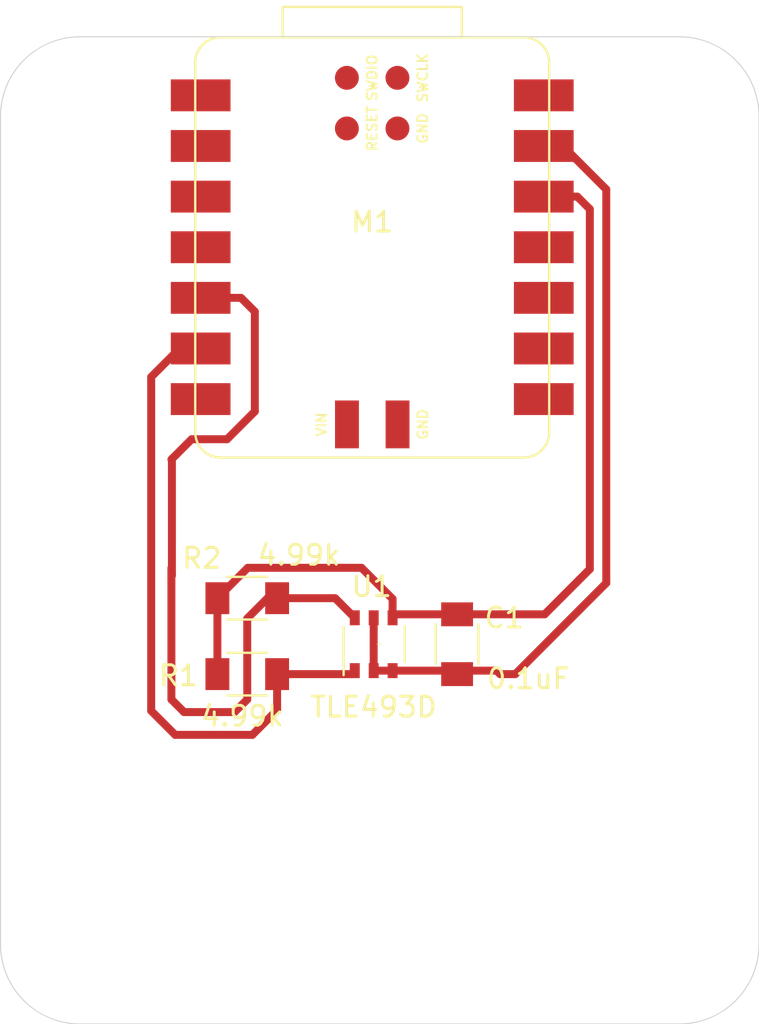
<source format=kicad_pcb>
(kicad_pcb (version 20241229) (generator "pcbnew") (generator_version "9.0")
  (layers (0 "F.Cu" signal) (2 "B.Cu" signal) (13 "F.Paste" user) (15 "B.Paste" user) (5 "F.SilkS" user "F.Silkscreen") (7 "B.SilkS" user "B.Silkscreen") (1 "F.Mask" user) (3 "B.Mask" user) (25 "Edge.Cuts" user))
  (net 0 "")
  (net 1 "PWR_3V3")
  (net 2 "PWR_GND")
  (net 3 "/SCL")
  (net 4 "/SDA")
  (footprint "fab:C_1206" (layer "F.Cu") (at 156.2862 76.1986 -90)
    (property "Reference" "C1" (at -1.3194 -2.3622 0) (layer "F.SilkS"))
    (property "Value" "0.1uF" (at 1.7286 -3.5814 180) (layer "F.SilkS"))
    (fp_line (start 1 1.07) (end -1 1.07) (stroke (width 0.12)) (layer "F.SilkS"))
    (fp_line (start -1 -1.07) (end 1 -1.07) (stroke (width 0.12)) (layer "F.SilkS"))
    (pad "1" smd rect (at -1.5 0 270) (size 1.2 1.6) (layers "F.Cu" "F.Mask" "F.Paste") (net 1 "PWR_3V3"))
    (pad "2" smd rect (at 1.5 0 270) (size 1.2 1.6) (layers "F.Cu" "F.Mask" "F.Paste") (net 2 "PWR_GND"))
  )
  (footprint "fab:TSOT-23-6-mag" (layer "F.Cu") (at 152.0952 76.1986 90)
    (property "Reference" "U1" (at 2.8942 -0.1016 180) (layer "F.SilkS"))
    (property "Value" "TLE493D" (at -3.151 0 180) (layer "F.SilkS"))
    (fp_line (start 0.88 -1.51) (end -1.55 -1.51) (stroke (width 0.12)) (layer "F.SilkS"))
    (fp_line (start 0 0.15) (end 0 0.45) (stroke (width 0.02)) (layer "F.SilkS"))
    (fp_line (start 0.15 0.3) (end -0.15 0.3) (stroke (width 0.02)) (layer "F.SilkS"))
    (fp_line (start -0.88 1.56) (end 0.88 1.56) (stroke (width 0.12)) (layer "F.SilkS"))
    (pad "1" smd rect (at -1.325 -0.95 90) (size 0.75 0.5) (layers "F.Cu" "F.Mask" "F.Paste") (net 3 "/SCL"))
    (pad "2" smd rect (at -1.325 0 90) (size 0.75 0.5) (layers "F.Cu" "F.Mask" "F.Paste") (net 2 "PWR_GND"))
    (pad "3" smd rect (at -1.325 0.95 90) (size 0.75 0.5) (layers "F.Cu" "F.Mask" "F.Paste") (net 2 "PWR_GND"))
    (pad "4" smd rect (at 1.325 0.95 90) (size 0.75 0.5) (layers "F.Cu" "F.Mask" "F.Paste") (net 1 "PWR_3V3"))
    (pad "5" smd rect (at 1.325 0 90) (size 0.75 0.5) (layers "F.Cu" "F.Mask" "F.Paste") (net 2 "PWR_GND"))
    (pad "6" smd rect (at 1.325 -0.95 90) (size 0.75 0.5) (layers "F.Cu" "F.Mask" "F.Paste") (net 4 "/SDA"))
  )
  (footprint "fab:Mounting_NEMA17" (layer "F.Cu") (at 152.4 76.2)
    (property "Reference" "REF**" (hide yes))
    (property "Value" "Mounting_NEMA17" (hide yes))
    (pad "" np_thru_hole circle (at -15.5 -15.5) (size 3.2 3.2) (drill 3.2) (layers "*.Cu" "*.Mask") (clearance 1.9))
    (pad "" np_thru_hole circle (at -15.5 15.5) (size 3.2 3.2) (drill 3.2) (layers "*.Cu" "*.Mask") (clearance 1.9))
    (pad "" np_thru_hole circle (at 15.5 -15.5) (size 3.2 3.2) (drill 3.2) (layers "*.Cu" "*.Mask") (clearance 1.9))
    (pad "" np_thru_hole circle (at 15.5 15.5) (size 3.2 3.2) (drill 3.2) (layers "*.Cu" "*.Mask") (clearance 1.9))
  )
  (footprint "fab:R_1206" (layer "F.Cu") (at 145.7452 73.8886)
    (property "Reference" "R2" (at -2.286 -2.0066 0) (layer "F.SilkS"))
    (property "Value" "4.99k" (at 2.5908 -2.159 0) (layer "F.SilkS"))
    (fp_line (start -1 -1.07) (end 1 -1.07) (stroke (width 0.12)) (layer "F.SilkS"))
    (fp_line (start 1 1.07) (end -1 1.07) (stroke (width 0.12)) (layer "F.SilkS"))
    (pad "1" smd rect (at -1.5 0) (size 1.2 1.6) (layers "F.Cu" "F.Mask" "F.Paste") (net 1 "PWR_3V3"))
    (pad "2" smd rect (at 1.5 0) (size 1.2 1.6) (layers "F.Cu" "F.Mask" "F.Paste") (net 4 "/SDA"))
  )
  (footprint "fab:R_1206" (layer "F.Cu") (at 145.7452 77.6986)
    (property "Reference" "R1" (at -3.4544 0.0762 0) (layer "F.SilkS"))
    (property "Value" "4.99k" (at -0.254 2.1082 0) (layer "F.SilkS"))
    (fp_line (start -1 -1.07) (end 1 -1.07) (stroke (width 0.12)) (layer "F.SilkS"))
    (fp_line (start 1 1.07) (end -1 1.07) (stroke (width 0.12)) (layer "F.SilkS"))
    (pad "1" smd rect (at -1.5 0) (size 1.2 1.6) (layers "F.Cu" "F.Mask" "F.Paste") (net 1 "PWR_3V3"))
    (pad "2" smd rect (at 1.5 0) (size 1.2 1.6) (layers "F.Cu" "F.Mask" "F.Paste") (net 3 "/SCL"))
  )
  (footprint "fab:SeeedStudio_XIAO_RP2040_smd" (layer "F.Cu") (at 152.019 56.279)
    (property "Reference" "M1" (at 0 -1.27 0) (layer "F.SilkS"))
    (property "Value" "Module_XIAO-RP2040")
    (fp_line (start -8.8875 9.281) (end -8.8875 -9.261) (stroke (width 0.12)) (layer "F.SilkS"))
    (fp_line (start -7.6175 -10.531) (end 7.6225 -10.531) (stroke (width 0.12)) (layer "F.SilkS"))
    (fp_line (start 7.6225 10.551) (end -7.6175 10.551) (stroke (width 0.12)) (layer "F.SilkS"))
    (fp_line (start 8.8925 -9.261) (end 8.8925 9.281) (stroke (width 0.12)) (layer "F.SilkS"))
    (fp_rect (start -4.4975 -10.531) (end 4.5025 -12.055) (stroke (width 0.12)) (fill no) (layer "F.SilkS"))
    (fp_arc (start -8.8875 -9.261) (mid -8.515526 -10.159026) (end -7.6175 -10.531) (stroke (width 0.12)) (layer "F.SilkS"))
    (fp_arc (start -7.6175 10.551) (mid -8.515526 10.179026) (end -8.8875 9.281) (stroke (width 0.12)) (layer "F.SilkS"))
    (fp_arc (start 7.6225 -10.531) (mid 8.520526 -10.159026) (end 8.8925 -9.261) (stroke (width 0.12)) (layer "F.SilkS"))
    (fp_arc (start 8.8925 9.281) (mid 8.520526 10.179026) (end 7.6225 10.551) (stroke (width 0.12)) (layer "F.SilkS"))
    (fp_text user "SWCLK" (at 2.54 -8.5 90) (layer "F.SilkS") (effects (font (size 0.5 0.5) (thickness 0.1) (bold yes))))
    (fp_text user "RESET" (at 0 -5.96 90) (layer "F.SilkS") (effects (font (size 0.5 0.5) (thickness 0.1) (bold yes))))
    (fp_text user "VIN" (at -2.535 8.89 90) (layer "F.SilkS") (effects (font (size 0.5 0.5) (thickness 0.1) (bold yes))))
    (fp_text user "SWDIO" (at 0 -8.5 90) (layer "F.SilkS") (effects (font (size 0.5 0.5) (thickness 0.1) (bold yes))))
    (fp_text user "GND" (at 2.545 8.89 90) (layer "F.SilkS") (effects (font (size 0.5 0.5) (thickness 0.1) (bold yes))))
    (fp_text user "GND" (at 2.54 -5.96 90) (layer "F.SilkS") (effects (font (size 0.5 0.5) (thickness 0.1) (bold yes))))
    (pad "1" smd rect (at -7.615 -7.62) (size 3 1.6) (drill (offset -1 0)) (layers "F.Cu" "F.Mask" "F.Paste"))
    (pad "2" smd rect (at -7.615 -5.08) (size 3 1.6) (drill (offset -1 0)) (layers "F.Cu" "F.Mask" "F.Paste"))
    (pad "3" smd rect (at -7.615 -2.54) (size 3 1.6) (drill (offset -1 0)) (layers "F.Cu" "F.Mask" "F.Paste"))
    (pad "4" smd rect (at -7.615 0) (size 3 1.6) (drill (offset -1 0)) (layers "F.Cu" "F.Mask" "F.Paste"))
    (pad "5" smd rect (at -7.615 2.54) (size 3 1.6) (drill (offset -1 0)) (layers "F.Cu" "F.Mask" "F.Paste") (net 4 "/SDA"))
    (pad "6" smd rect (at -7.615 5.08) (size 3 1.6) (drill (offset -1 0)) (layers "F.Cu" "F.Mask" "F.Paste") (net 3 "/SCL"))
    (pad "7" smd rect (at -7.615 7.62) (size 3 1.6) (drill (offset -1 0)) (layers "F.Cu" "F.Mask" "F.Paste"))
    (pad "8" smd rect (at 7.62 7.62) (size 3 1.6) (drill (offset 1 0)) (layers "F.Cu" "F.Mask" "F.Paste"))
    (pad "9" smd rect (at 7.62 5.08) (size 3 1.6) (drill (offset 1 0)) (layers "F.Cu" "F.Mask" "F.Paste"))
    (pad "10" smd rect (at 7.62 2.54) (size 3 1.6) (drill (offset 1 0)) (layers "F.Cu" "F.Mask" "F.Paste"))
    (pad "11" smd rect (at 7.62 0) (size 3 1.6) (drill (offset 1 0)) (layers "F.Cu" "F.Mask" "F.Paste"))
    (pad "12" smd rect (at 7.62 -2.54) (size 3 1.6) (drill (offset 1 0)) (layers "F.Cu" "F.Mask" "F.Paste") (net 1 "PWR_3V3"))
    (pad "13" smd rect (at 7.62 -5.08) (size 3 1.6) (drill (offset 1 0)) (layers "F.Cu" "F.Mask" "F.Paste") (net 2 "PWR_GND"))
    (pad "14" smd rect (at 7.62 -7.62) (size 3 1.6) (drill (offset 1 0)) (layers "F.Cu" "F.Mask" "F.Paste"))
    (pad "15" smd rect (at 1.275 8.89 270) (size 2.4 1.2) (layers "F.Cu" "F.Mask" "F.Paste"))
    (pad "16" smd rect (at -1.265 8.89 270) (size 2.4 1.2) (layers "F.Cu" "F.Mask" "F.Paste"))
    (pad "17" smd circle (at -1.27 -8.5) (size 1.2 1.2) (layers "F.Cu" "F.Mask" "F.Paste"))
    (pad "18" smd circle (at -1.27 -5.96) (size 1.2 1.2) (layers "F.Cu" "F.Mask" "F.Paste"))
    (pad "19" smd circle (at 1.27 -5.96) (size 1.2 1.2) (layers "F.Cu" "F.Mask" "F.Paste"))
    (pad "20" smd circle (at 1.27 -8.5) (size 1.2 1.2) (layers "F.Cu" "F.Mask" "F.Paste"))
  )
  (gr_line (start 133.35 49.72) (end 133.35 91.25) (stroke (width 0.05)) (layer "Edge.Cuts"))
  (gr_arc (start 133.35 49.72) (mid 134.521573 46.891573) (end 137.35 45.72) (stroke (width 0.05)) (layer "Edge.Cuts"))
  (gr_line (start 137.35 45.72) (end 167.45 45.72) (stroke (width 0.05)) (layer "Edge.Cuts"))
  (gr_line (start 167.45 95.25) (end 137.35 95.25) (stroke (width 0.05)) (layer "Edge.Cuts"))
  (gr_arc (start 171.45 91.25) (mid 170.278427 94.078427) (end 167.45 95.25) (stroke (width 0.05)) (layer "Edge.Cuts"))
  (gr_arc (start 137.35 95.25) (mid 134.521573 94.078427) (end 133.35 91.25) (stroke (width 0.05)) (layer "Edge.Cuts"))
  (gr_line (start 171.45 49.72) (end 171.45 91.25) (stroke (width 0.05)) (layer "Edge.Cuts"))
  (gr_arc (start 167.45 45.72) (mid 170.278427 46.891573) (end 171.45 49.72) (stroke (width 0.05)) (layer "Edge.Cuts"))
  (segment (start 151.4856 72.3646) (end 145.7692 72.3646) (width 0.4) (layer "F.Cu") (net 1))
  (segment (start 144.2452 73.8886) (end 144.2452 77.6986) (width 0.4) (layer "F.Cu") (net 1))
  (segment (start 162.324 53.739) (end 159.639 53.739) (width 0.4) (layer "F.Cu") (net 1))
  (segment (start 160.6832 74.6986) (end 162.9537 72.4281) (width 0.4) (layer "F.Cu") (net 1))
  (segment (start 153.2202 74.6986) (end 153.0452 74.8736) (width 0.4) (layer "F.Cu") (net 1))
  (segment (start 153.0452 73.9242) (end 151.4856 72.3646) (width 0.4) (layer "F.Cu") (net 1))
  (segment (start 162.9537 54.3687) (end 162.324 53.739) (width 0.4) (layer "F.Cu") (net 1))
  (segment (start 145.7692 72.3646) (end 144.2452 73.8886) (width 0.4) (layer "F.Cu") (net 1))
  (segment (start 162.9537 72.4281) (end 162.9537 54.3687) (width 0.4) (layer "F.Cu") (net 1))
  (segment (start 153.0452 74.8736) (end 153.0452 73.9242) (width 0.4) (layer "F.Cu") (net 1))
  (segment (start 153.2202 74.6986) (end 160.6832 74.6986) (width 0.4) (layer "F.Cu") (net 1))
  (segment (start 152.0952 74.8736) (end 152.0952 77.5236) (width 0.4) (layer "F.Cu") (net 2))
  (segment (start 161.601 51.199) (end 163.7792 53.3772) (width 0.4) (layer "F.Cu") (net 2))
  (segment (start 158.2702 77.5236) (end 153.0452 77.5236) (width 0.4) (layer "F.Cu") (net 2))
  (segment (start 158.4452 77.6986) (end 158.2702 77.5236) (width 0.4) (layer "F.Cu") (net 2))
  (segment (start 163.7792 53.3772) (end 163.7792 73.1266) (width 0.4) (layer "F.Cu") (net 2))
  (segment (start 159.2072 77.6986) (end 158.4452 77.6986) (width 0.4) (layer "F.Cu") (net 2))
  (segment (start 153.0452 77.5236) (end 152.0952 77.5236) (width 0.4) (layer "F.Cu") (net 2))
  (segment (start 159.639 51.199) (end 161.601 51.199) (width 0.4) (layer "F.Cu") (net 2))
  (segment (start 163.7792 73.1266) (end 159.2072 77.6986) (width 0.4) (layer "F.Cu") (net 2))
  (segment (start 142.349 61.359) (end 140.9192 62.7888) (width 0.4) (layer "F.Cu") (net 3))
  (segment (start 140.9192 79.5401) (end 142.1257 80.7466) (width 0.4) (layer "F.Cu") (net 3))
  (segment (start 150.9702 77.6986) (end 151.1452 77.5236) (width 0.4) (layer "F.Cu") (net 3))
  (segment (start 144.404 61.359) (end 142.349 61.359) (width 0.4) (layer "F.Cu") (net 3))
  (segment (start 147.2452 79.5006) (end 147.2452 77.6986) (width 0.4) (layer "F.Cu") (net 3))
  (segment (start 142.1257 80.7466) (end 145.9992 80.7466) (width 0.4) (layer "F.Cu") (net 3))
  (segment (start 140.9192 62.7888) (end 140.9192 79.5401) (width 0.4) (layer "F.Cu") (net 3))
  (segment (start 147.2452 77.6986) (end 150.9702 77.6986) (width 0.4) (layer "F.Cu") (net 3))
  (segment (start 145.9992 80.7466) (end 147.2452 79.5006) (width 0.4) (layer "F.Cu") (net 3))
  (segment (start 147.2452 73.8886) (end 150.1602 73.8886) (width 0.4) (layer "F.Cu") (net 4))
  (segment (start 144.7292 65.913) (end 142.9512 65.913) (width 0.4) (layer "F.Cu") (net 4))
  (segment (start 146.7612 73.8886) (end 147.2452 73.8886) (width 0.4) (layer "F.Cu") (net 4))
  (segment (start 141.9352 72.3646) (end 141.9352 72.771) (width 0.4) (layer "F.Cu") (net 4))
  (segment (start 146.1262 59.5122) (end 146.1262 64.516) (width 0.4) (layer "F.Cu") (net 4))
  (segment (start 145.7452 78.9686) (end 145.7452 74.9046) (width 0.4) (layer "F.Cu") (net 4))
  (segment (start 146.1262 64.516) (end 144.7292 65.913) (width 0.4) (layer "F.Cu") (net 4))
  (segment (start 142.9512 65.913) (end 141.9606 66.9036) (width 0.4) (layer "F.Cu") (net 4))
  (segment (start 142.5702 79.6036) (end 145.1102 79.6036) (width 0.4) (layer "F.Cu") (net 4))
  (segment (start 145.7452 74.9046) (end 146.7612 73.8886) (width 0.4) (layer "F.Cu") (net 4))
  (segment (start 141.9606 66.9036) (end 141.9352 66.929) (width 0.4) (layer "F.Cu") (net 4))
  (segment (start 141.9606 66.9036) (end 141.9606 72.7456) (width 0.4) (layer "F.Cu") (net 4))
  (segment (start 141.9352 78.9686) (end 142.5702 79.6036) (width 0.4) (layer "F.Cu") (net 4))
  (segment (start 150.1602 73.8886) (end 151.1452 74.8736) (width 0.4) (layer "F.Cu") (net 4))
  (segment (start 141.9606 72.7456) (end 141.9352 72.771) (width 0.4) (layer "F.Cu") (net 4))
  (segment (start 145.433 58.819) (end 146.1262 59.5122) (width 0.4) (layer "F.Cu") (net 4))
  (segment (start 145.1102 79.6036) (end 145.7452 78.9686) (width 0.4) (layer "F.Cu") (net 4))
  (segment (start 144.404 58.819) (end 145.433 58.819) (width 0.4) (layer "F.Cu") (net 4))
  (segment (start 141.9352 72.771) (end 141.9352 78.9686) (width 0.4) (layer "F.Cu") (net 4))
)
</source>
